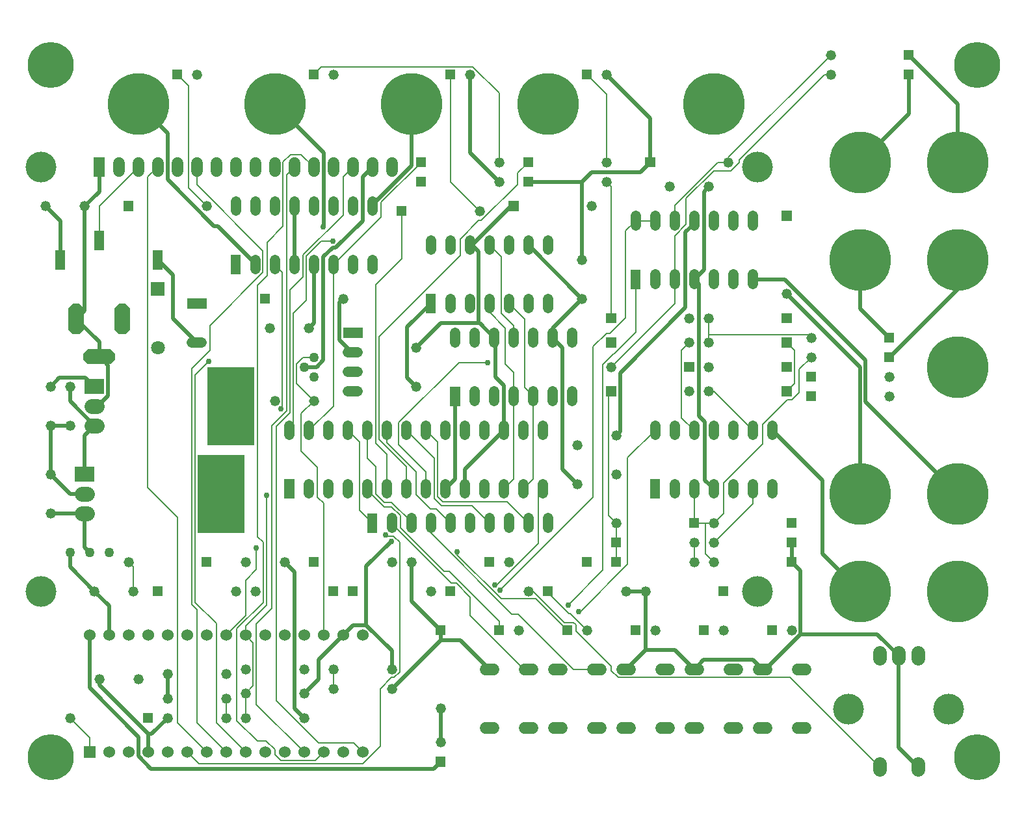
<source format=gbl>
%FSLAX24Y24*%
%MOIN*%
%ADD10C,0.0080*%
%ADD11C,0.0200*%
%ADD12C,0.0300*%
%ADD13C,0.0500*%
%ADD14C,0.0520*%
%ADD15C,0.0591*%
%ADD16C,0.0600*%
%ADD17C,0.0700*%
%ADD18C,0.0709*%
%ADD19C,0.0750*%
%ADD20C,0.1575*%
%ADD21C,0.2362*%
%ADD22C,0.3150*%
D10*
G01X21000Y18750D02*
X21609Y18140D01*
X21609Y18140D02*
X21609Y15335D01*
X21609Y15335D02*
X21872Y15072D01*
X21872Y15072D02*
X25177Y15072D01*
X25177Y15072D02*
X26250Y14000D01*
X9749Y30250D02*
X8819Y31180D01*
X8819Y31180D02*
X8819Y36430D01*
X8819Y36430D02*
X8250Y37000D01*
X23750Y30000D02*
X22250Y31500D01*
X22250Y31500D02*
X22250Y37000D01*
X14750Y2249D02*
X12312Y4687D01*
X12312Y4687D02*
X12312Y8807D01*
X12312Y8807D02*
X13106Y9602D01*
X13106Y9602D02*
X13106Y18993D01*
X13106Y18993D02*
X13849Y19736D01*
X13849Y19736D02*
X13849Y31849D01*
X13849Y31849D02*
X14250Y32250D01*
X26000Y15750D02*
X26500Y16250D01*
X26500Y16250D02*
X26499Y20500D01*
X26499Y20500D02*
X26060Y20939D01*
X26060Y20939D02*
X26060Y24439D01*
X26060Y24439D02*
X25249Y25250D01*
X9250Y32250D02*
X9250Y31351D01*
X9250Y31351D02*
X12641Y27959D01*
X12641Y27959D02*
X12641Y26845D01*
X12641Y26845D02*
X9920Y24124D01*
X9920Y24124D02*
X9920Y22859D01*
X9920Y22859D02*
X8983Y21923D01*
X8983Y21923D02*
X8983Y9804D01*
X8983Y9804D02*
X9250Y9538D01*
X9250Y9538D02*
X9250Y3750D01*
X9250Y3750D02*
X10750Y2249D01*
X8750Y2249D02*
X9350Y1649D01*
X9350Y1649D02*
X17769Y1649D01*
X17769Y1649D02*
X18654Y2535D01*
X18654Y2535D02*
X18654Y5481D01*
X18654Y5481D02*
X19241Y6068D01*
X19241Y6068D02*
X19370Y6068D01*
X19370Y6068D02*
X19648Y6347D01*
X19648Y6347D02*
X19648Y13017D01*
X19648Y13017D02*
X19336Y13329D01*
X19336Y13329D02*
X18970Y13329D01*
X18970Y13329D02*
X18920Y13379D01*
X35500Y23640D02*
X35500Y24500D01*
X35500Y23250D02*
X35500Y23640D01*
X35500Y23640D02*
X40609Y23640D01*
X40609Y23640D02*
X40750Y23500D01*
X34750Y18750D02*
X34109Y19390D01*
X34109Y19390D02*
X34109Y22859D01*
X34109Y22859D02*
X34500Y23250D01*
X35343Y14000D02*
X35750Y14000D01*
X34750Y14000D02*
X35343Y14000D01*
X35343Y14000D02*
X35343Y12406D01*
X35343Y12406D02*
X35750Y12000D01*
X34750Y15749D02*
X34750Y14000D01*
X35750Y14000D02*
X36250Y14500D01*
X36250Y14500D02*
X36250Y16061D01*
X36250Y16061D02*
X38250Y18061D01*
X38250Y18061D02*
X38250Y19050D01*
X38250Y19050D02*
X39520Y20320D01*
X39520Y20320D02*
X39776Y20320D01*
X39776Y20320D02*
X40140Y20684D01*
X40140Y20684D02*
X40140Y21890D01*
X40140Y21890D02*
X40750Y22500D01*
X14000Y18750D02*
X14189Y18939D01*
X14189Y18939D02*
X14189Y24763D01*
X14189Y24763D02*
X14858Y25432D01*
X14858Y25432D02*
X14858Y27667D01*
X14858Y27667D02*
X15642Y28451D01*
X15642Y28451D02*
X16224Y28451D01*
X27250Y10500D02*
X27250Y10426D01*
X27250Y10426D02*
X28323Y9353D01*
X28323Y9353D02*
X28396Y9353D01*
X28396Y9353D02*
X29250Y8500D01*
X13250Y27250D02*
X13640Y26859D01*
X13640Y26859D02*
X13640Y19922D01*
X13640Y19922D02*
X13569Y19851D01*
X36500Y32500D02*
X36500Y32750D01*
X36500Y32750D02*
X41750Y38000D01*
X36500Y32500D02*
X35957Y32500D01*
X35957Y32500D02*
X33750Y30292D01*
X33750Y30292D02*
X33750Y29500D01*
X32749Y18750D02*
X31335Y17335D01*
X31335Y17335D02*
X31335Y11868D01*
X31335Y11868D02*
X28917Y9450D01*
X28917Y9450D02*
X28828Y9450D01*
X31750Y29500D02*
X31235Y28985D01*
X31235Y28985D02*
X31235Y24529D01*
X31235Y24529D02*
X30434Y23729D01*
X30434Y23729D02*
X30263Y23729D01*
X30263Y23729D02*
X29580Y23046D01*
X29580Y23046D02*
X29580Y15312D01*
X29580Y15312D02*
X24813Y10544D01*
X10749Y4000D02*
X10749Y5000D01*
X31750Y29500D02*
X32749Y29500D01*
X5750Y12000D02*
X6000Y11750D01*
X6000Y11750D02*
X5999Y10500D01*
X30500Y24500D02*
X30500Y31250D01*
X30500Y31250D02*
X30250Y31500D01*
X26999Y15750D02*
X26750Y15500D01*
X26750Y15500D02*
X26750Y12939D01*
X26750Y12939D02*
X24631Y10820D01*
X24631Y10820D02*
X24537Y10820D01*
X6250Y32250D02*
X4250Y30250D01*
X4250Y30250D02*
X4250Y28500D01*
X15250Y20250D02*
X14603Y19603D01*
X14603Y19603D02*
X14603Y17687D01*
X14603Y17687D02*
X15439Y16850D01*
X15439Y16850D02*
X15439Y15320D01*
X15439Y15320D02*
X15750Y15010D01*
X15750Y15010D02*
X15750Y8250D01*
X15250Y22500D02*
X14697Y22500D01*
X14697Y22500D02*
X14359Y22162D01*
X14359Y22162D02*
X14359Y21140D01*
X14359Y21140D02*
X15250Y20250D01*
X30500Y20750D02*
X30358Y20608D01*
X30358Y20608D02*
X30358Y14391D01*
X30358Y14391D02*
X30750Y14000D01*
X30750Y14000D02*
X30750Y13000D01*
X25500Y23500D02*
X25500Y24120D01*
X25500Y24120D02*
X24859Y24760D01*
X24859Y24760D02*
X24859Y27640D01*
X24859Y27640D02*
X24250Y28250D01*
X39500Y20750D02*
X39890Y21140D01*
X39890Y21140D02*
X39890Y22859D01*
X39890Y22859D02*
X39500Y23250D01*
X30750Y13000D02*
X30750Y12000D01*
X18000Y18750D02*
X18000Y17332D01*
X18000Y17332D02*
X18447Y16884D01*
X18447Y16884D02*
X18447Y15495D01*
X18447Y15495D02*
X18877Y15066D01*
X18877Y15066D02*
X19236Y15066D01*
X19236Y15066D02*
X20250Y14052D01*
X20250Y14052D02*
X20250Y14000D01*
X11750Y8250D02*
X11750Y8703D01*
X11750Y8703D02*
X12820Y9774D01*
X12820Y9774D02*
X12820Y15407D01*
X11750Y8250D02*
X12141Y7858D01*
X12141Y7858D02*
X12141Y5641D01*
X12141Y5641D02*
X11750Y5250D01*
X11750Y5250D02*
X11750Y3999D01*
X30250Y32500D02*
X30250Y36000D01*
X30250Y36000D02*
X29250Y37000D01*
X30500Y22000D02*
X33750Y25250D01*
X33750Y25250D02*
X33750Y26500D01*
X33750Y26500D02*
X33750Y28705D01*
X33750Y28705D02*
X34347Y29303D01*
X34347Y29303D02*
X34347Y30649D01*
X34347Y30649D02*
X35754Y32055D01*
X35754Y32055D02*
X36627Y32055D01*
X36627Y32055D02*
X37063Y32491D01*
X37063Y32491D02*
X37063Y32626D01*
X37063Y32626D02*
X41436Y37000D01*
X41436Y37000D02*
X41750Y37000D01*
X35750Y13000D02*
X37750Y15000D01*
X37750Y15000D02*
X37749Y15749D01*
X34750Y13000D02*
X34750Y12000D01*
X20000Y15750D02*
X20000Y16882D01*
X20000Y16882D02*
X18591Y18290D01*
X18591Y18290D02*
X18591Y23550D01*
X18591Y23550D02*
X22750Y27709D01*
X22750Y27709D02*
X22750Y28556D01*
X22750Y28556D02*
X23699Y29505D01*
X23699Y29505D02*
X23837Y29505D01*
X23837Y29505D02*
X25691Y31360D01*
X25691Y31360D02*
X25691Y31941D01*
X25691Y31941D02*
X26250Y32500D01*
X26250Y10500D02*
X26490Y10500D01*
X26490Y10500D02*
X28099Y8891D01*
X28099Y8891D02*
X28570Y8891D01*
X28570Y8891D02*
X28689Y8771D01*
X28689Y8771D02*
X28689Y8450D01*
X28689Y8450D02*
X30500Y6640D01*
X30500Y6640D02*
X30500Y6426D01*
X30500Y6426D02*
X30856Y6069D01*
X30856Y6069D02*
X39680Y6069D01*
X39680Y6069D02*
X44250Y1499D01*
X18999Y15750D02*
X19000Y17521D01*
X19000Y17521D02*
X18421Y18100D01*
X18421Y18100D02*
X18421Y26213D01*
X18421Y26213D02*
X19750Y27541D01*
X19750Y27541D02*
X19750Y30000D01*
X16250Y6500D02*
X16250Y5500D01*
X28284Y9788D02*
X30071Y11574D01*
X30071Y11574D02*
X30071Y22132D01*
X30071Y22132D02*
X30623Y22685D01*
X30623Y22685D02*
X30657Y22685D01*
X30657Y22685D02*
X31750Y23778D01*
X31750Y23778D02*
X31750Y26500D01*
X18000Y15750D02*
X18000Y15694D01*
X18000Y15694D02*
X18870Y14823D01*
X18870Y14823D02*
X19238Y14823D01*
X19238Y14823D02*
X19689Y14371D01*
X19689Y14371D02*
X19689Y13754D01*
X19689Y13754D02*
X21920Y11524D01*
X21920Y11524D02*
X22191Y11524D01*
X22191Y11524D02*
X24750Y8965D01*
X24750Y8965D02*
X24750Y8500D01*
X37749Y18750D02*
X35750Y20750D01*
X35750Y20750D02*
X35500Y20750D01*
X7250Y32250D02*
X6741Y31741D01*
X6741Y31741D02*
X6741Y15804D01*
X6741Y15804D02*
X8250Y14296D01*
X8250Y14296D02*
X8250Y3750D01*
X8250Y3750D02*
X9750Y2249D01*
X19250Y14000D02*
X19250Y13953D01*
X19250Y13953D02*
X22294Y10909D01*
X22294Y10909D02*
X22566Y10909D01*
X22566Y10909D02*
X23278Y10197D01*
X23278Y10197D02*
X23278Y9247D01*
X23278Y9247D02*
X26026Y6500D01*
X26026Y6500D02*
X26250Y6500D01*
X22250Y14000D02*
X21520Y14729D01*
X21520Y14729D02*
X21226Y14729D01*
X21226Y14729D02*
X20500Y15455D01*
X20500Y15455D02*
X20500Y16622D01*
X20500Y16622D02*
X19000Y18122D01*
X19000Y18122D02*
X18999Y18750D01*
X28250Y8500D02*
X26640Y10109D01*
X26640Y10109D02*
X24851Y10109D01*
X24851Y10109D02*
X22604Y12357D01*
X22604Y12357D02*
X22604Y12513D01*
X24250Y14000D02*
X23350Y14899D01*
X23350Y14899D02*
X21795Y14899D01*
X21795Y14899D02*
X21439Y15255D01*
X21439Y15255D02*
X21439Y17310D01*
X21439Y17310D02*
X20000Y18750D01*
X21000Y15750D02*
X21000Y16619D01*
X21000Y16619D02*
X19601Y18018D01*
X19601Y18018D02*
X19601Y19143D01*
X19601Y19143D02*
X22684Y22226D01*
X22684Y22226D02*
X24178Y22226D01*
X24750Y32500D02*
X24750Y36052D01*
X24750Y36052D02*
X23408Y37393D01*
X23408Y37393D02*
X15643Y37393D01*
X15643Y37393D02*
X15250Y37000D01*
X3750Y2249D02*
X3750Y3000D01*
X3750Y3000D02*
X2750Y4000D01*
X15000Y18750D02*
X16250Y20000D01*
X16250Y20000D02*
X16250Y27250D01*
X20750Y32500D02*
X18689Y30439D01*
X18689Y30439D02*
X18689Y29689D01*
X18689Y29689D02*
X16250Y27250D01*
X9857Y22269D02*
X9169Y21582D01*
X9169Y21582D02*
X9169Y9914D01*
X9169Y9914D02*
X10250Y8834D01*
X10250Y8834D02*
X10250Y3750D01*
X10250Y3750D02*
X11750Y2249D01*
X16999Y18750D02*
X17596Y18153D01*
X17596Y18153D02*
X17596Y14653D01*
X17596Y14653D02*
X18250Y14000D01*
X15250Y32250D02*
X14614Y32885D01*
X14614Y32885D02*
X14055Y32885D01*
X14055Y32885D02*
X13679Y32509D01*
X13679Y32509D02*
X13679Y29220D01*
X13679Y29220D02*
X12859Y28400D01*
X12859Y28400D02*
X12859Y26667D01*
X12859Y26667D02*
X12359Y26167D01*
X12359Y26167D02*
X12359Y13292D01*
X12359Y13292D02*
X12650Y13001D01*
X12650Y13001D02*
X12650Y9910D01*
X12650Y9910D02*
X11312Y8571D01*
X11312Y8571D02*
X11312Y3862D01*
X11312Y3862D02*
X12351Y2822D01*
X12351Y2822D02*
X12795Y2822D01*
X12795Y2822D02*
X13250Y2368D01*
X13250Y2368D02*
X13250Y2128D01*
X13250Y2128D02*
X13558Y1819D01*
X13558Y1819D02*
X15319Y1819D01*
X15319Y1819D02*
X15750Y2249D01*
X25500Y20500D02*
X25500Y21706D01*
X25500Y21706D02*
X25060Y22145D01*
X25060Y22145D02*
X25060Y23996D01*
X25060Y23996D02*
X24250Y24806D01*
X24250Y24806D02*
X24250Y25250D01*
X25000Y15750D02*
X25500Y16250D01*
X25500Y16250D02*
X25500Y20500D01*
X10750Y8250D02*
X11750Y9250D01*
X11750Y9250D02*
X11750Y11059D01*
X11750Y11059D02*
X12310Y11620D01*
X12310Y11620D02*
X12310Y12722D01*
X21250Y14000D02*
X21250Y13471D01*
X21250Y13471D02*
X25395Y9325D01*
X25395Y9325D02*
X25732Y9325D01*
X25732Y9325D02*
X28558Y6500D01*
X28558Y6500D02*
X29750Y6500D01*
X17750Y2249D02*
X17297Y2702D01*
X17297Y2702D02*
X15495Y2702D01*
X15495Y2702D02*
X13319Y4877D01*
X13319Y4877D02*
X13319Y18945D01*
X13319Y18945D02*
X14019Y19645D01*
X14019Y19645D02*
X14019Y25951D01*
X14019Y25951D02*
X14688Y26619D01*
X14688Y26619D02*
X14688Y27738D01*
X14688Y27738D02*
X16750Y29799D01*
X16750Y29799D02*
X16750Y31750D01*
X16750Y31750D02*
X17249Y32250D01*
D11*
G01X45750Y38000D02*
X48250Y35500D01*
X48250Y35500D02*
X48250Y32500D01*
X21750Y4500D02*
X21750Y2750D01*
X15723Y29192D02*
X15750Y29218D01*
X15750Y29218D02*
X15750Y33000D01*
X15750Y33000D02*
X13250Y35500D01*
X12250Y27250D02*
X12250Y27293D01*
X12250Y27293D02*
X10316Y29226D01*
X10316Y29226D02*
X10134Y29226D01*
X10134Y29226D02*
X7750Y31611D01*
X7750Y31611D02*
X7750Y34000D01*
X7750Y34000D02*
X6250Y35500D01*
X37749Y26500D02*
X39389Y26500D01*
X39389Y26500D02*
X43544Y22345D01*
X43544Y22345D02*
X43544Y20205D01*
X43544Y20205D02*
X48250Y15500D01*
X44750Y23500D02*
X43250Y25000D01*
X43250Y25000D02*
X43250Y27500D01*
X30750Y18500D02*
X30950Y18700D01*
X30950Y18700D02*
X30950Y21700D01*
X30950Y21700D02*
X34295Y25045D01*
X34295Y25045D02*
X34295Y28909D01*
X34295Y28909D02*
X34750Y29363D01*
X34750Y29363D02*
X34750Y29500D01*
X38750Y18750D02*
X41317Y16182D01*
X41317Y16182D02*
X41317Y12432D01*
X41317Y12432D02*
X43250Y10500D01*
X4000Y21000D02*
X3542Y21457D01*
X3542Y21457D02*
X2207Y21457D01*
X2207Y21457D02*
X1750Y21000D01*
X28750Y16000D02*
X28000Y16750D01*
X28000Y16750D02*
X28000Y23000D01*
X28000Y23000D02*
X27500Y23500D01*
X29000Y25500D02*
X26250Y28250D01*
X20500Y21000D02*
X20043Y21456D01*
X20043Y21456D02*
X20043Y24043D01*
X20043Y24043D02*
X21250Y25250D01*
X27500Y23500D02*
X27500Y24000D01*
X27500Y24000D02*
X29000Y25500D01*
X16750Y8250D02*
X15500Y7000D01*
X15500Y7000D02*
X15500Y6000D01*
X15500Y6000D02*
X14750Y5250D01*
X7750Y6250D02*
X7750Y5000D01*
X19220Y13049D02*
X17939Y11769D01*
X17939Y11769D02*
X17939Y8756D01*
X19250Y6500D02*
X19250Y7445D01*
X19250Y7445D02*
X17939Y8756D01*
X17939Y8756D02*
X17256Y8756D01*
X17256Y8756D02*
X16750Y8250D01*
X21999Y15750D02*
X22500Y16250D01*
X22500Y16250D02*
X22500Y20500D01*
X18250Y30250D02*
X18250Y30325D01*
X18250Y30325D02*
X20250Y32325D01*
X20250Y32325D02*
X20250Y35500D01*
X44750Y22500D02*
X48250Y26000D01*
X48250Y26000D02*
X48250Y27500D01*
X17250Y22749D02*
X17206Y22750D01*
X17206Y22750D02*
X16559Y23396D01*
X16559Y23396D02*
X16559Y25309D01*
X16559Y25309D02*
X16750Y25500D01*
X3500Y30250D02*
X4250Y31000D01*
X4250Y31000D02*
X4250Y32250D01*
X3500Y30250D02*
X3500Y24895D01*
X3500Y24895D02*
X3068Y24464D01*
X15000Y24000D02*
X15250Y24250D01*
X15250Y24250D02*
X15250Y27250D01*
X40208Y8300D02*
X44142Y8300D01*
X44142Y8300D02*
X45234Y7208D01*
X45234Y7208D02*
X45234Y2484D01*
X45234Y2484D02*
X46218Y1499D01*
X14750Y3999D02*
X14250Y4500D01*
X14250Y4500D02*
X14250Y11500D01*
X14250Y11500D02*
X13750Y12000D01*
X1750Y16500D02*
X2750Y15500D01*
X2750Y15500D02*
X3500Y15500D01*
X6750Y3196D02*
X6750Y2249D01*
X4249Y6000D02*
X4250Y5696D01*
X4250Y5696D02*
X6750Y3196D01*
X7749Y4000D02*
X6946Y3196D01*
X6946Y3196D02*
X6750Y3196D01*
X3999Y10500D02*
X4750Y9750D01*
X4750Y9750D02*
X4750Y8250D01*
X2750Y12500D02*
X2750Y11750D01*
X2750Y11750D02*
X3999Y10500D01*
X25000Y18750D02*
X25000Y21048D01*
X25000Y21048D02*
X24570Y21477D01*
X24570Y21477D02*
X24570Y23429D01*
X24570Y23429D02*
X24499Y23500D01*
X23372Y28250D02*
X25372Y30250D01*
X25372Y30250D02*
X25500Y30250D01*
X23700Y24250D02*
X23700Y27922D01*
X23700Y27922D02*
X23372Y28250D01*
X23372Y28250D02*
X23249Y28250D01*
X23700Y24250D02*
X23750Y24250D01*
X23750Y24250D02*
X24499Y23500D01*
X20500Y23000D02*
X21750Y24250D01*
X21750Y24250D02*
X23700Y24250D01*
X25000Y18750D02*
X23000Y16750D01*
X23000Y16750D02*
X23000Y15750D01*
X29000Y31500D02*
X29000Y27500D01*
X26250Y31500D02*
X29000Y31500D01*
X21750Y8500D02*
X20250Y10000D01*
X20250Y10000D02*
X20249Y12000D01*
X39750Y13000D02*
X39750Y12000D01*
X31250Y10500D02*
X32250Y10500D01*
X32250Y10500D02*
X32250Y7500D01*
X32250Y7500D02*
X31250Y6500D01*
X38250Y6500D02*
X38408Y6500D01*
X38408Y6500D02*
X40208Y8300D01*
X40208Y8300D02*
X40208Y11541D01*
X40208Y11541D02*
X39750Y12000D01*
X29000Y31500D02*
X29500Y32000D01*
X29500Y32000D02*
X32000Y32000D01*
X32000Y32000D02*
X32500Y32500D01*
X32500Y32500D02*
X32500Y34750D01*
X32500Y34750D02*
X30250Y37000D01*
X32250Y7500D02*
X33750Y7500D01*
X33750Y7500D02*
X34750Y6500D01*
X34750Y6500D02*
X35243Y6993D01*
X35243Y6993D02*
X37756Y6993D01*
X37756Y6993D02*
X38250Y6500D01*
X21750Y8000D02*
X22750Y8000D01*
X22750Y8000D02*
X24250Y6500D01*
X19250Y5500D02*
X21750Y8000D01*
X21750Y8000D02*
X21750Y8500D01*
X24750Y31500D02*
X23250Y33000D01*
X23250Y33000D02*
X23250Y37000D01*
X9250Y23249D02*
X8019Y24480D01*
X8019Y24480D02*
X8019Y26730D01*
X8019Y26730D02*
X7249Y27500D01*
X4000Y20000D02*
X4172Y20000D01*
X4172Y20000D02*
X4690Y20517D01*
X4690Y20517D02*
X4690Y22095D01*
X4690Y22095D02*
X4250Y22535D01*
X3068Y24464D02*
X4250Y23283D01*
X4250Y23283D02*
X4250Y22535D01*
X14250Y27250D02*
X14250Y30250D01*
X2749Y19000D02*
X1749Y19000D01*
X1749Y19000D02*
X1750Y16500D01*
X18250Y32250D02*
X17750Y31750D01*
X17750Y31750D02*
X17750Y29496D01*
X17750Y29496D02*
X16364Y28111D01*
X16364Y28111D02*
X16218Y28111D01*
X16218Y28111D02*
X15740Y27634D01*
X15740Y27634D02*
X15740Y22342D01*
X15740Y22342D02*
X15398Y22000D01*
X15398Y22000D02*
X14750Y22000D01*
X3750Y8250D02*
X3750Y5537D01*
X3750Y5537D02*
X6259Y3027D01*
X6259Y3027D02*
X6259Y2047D01*
X6259Y2047D02*
X6908Y1398D01*
X6908Y1398D02*
X21398Y1398D01*
X21398Y1398D02*
X21750Y1750D01*
X1750Y14500D02*
X3500Y14500D01*
X3500Y14500D02*
X3500Y12750D01*
X3500Y12750D02*
X3750Y12500D01*
X1500Y30250D02*
X2250Y29500D01*
X2250Y29500D02*
X2250Y27500D01*
X39499Y25750D02*
X43250Y22000D01*
X43250Y22000D02*
X43250Y15500D01*
X2750Y21000D02*
X2750Y20250D01*
X2750Y20250D02*
X4000Y19000D01*
X3500Y16500D02*
X3500Y18500D01*
X3500Y18500D02*
X4000Y19000D01*
X35500Y31250D02*
X35250Y31000D01*
X35250Y31000D02*
X35250Y27000D01*
X35250Y27000D02*
X34750Y26500D01*
X35749Y15749D02*
X35299Y16200D01*
X35299Y16200D02*
X35299Y19190D01*
X35299Y19190D02*
X35000Y19490D01*
X35000Y19490D02*
X35000Y26250D01*
X35000Y26250D02*
X34750Y26500D01*
X43250Y32500D02*
X45750Y35000D01*
X45750Y35000D02*
X45750Y37000D01*
D12*
G01X18920Y13379D03*
X15723Y29192D03*
X16224Y28451D03*
X13569Y19851D03*
X28828Y9450D03*
X24813Y10544D03*
X24537Y10820D03*
X19220Y13049D03*
X12820Y15407D03*
X28284Y9788D03*
X22604Y12513D03*
X24178Y22226D03*
X9857Y22269D03*
X12310Y12722D03*
D13*
G01X15250Y22500D03*
X14750Y22000D03*
X15250Y21500D03*
X4750Y12500D03*
X3750Y12500D03*
X2750Y12500D03*
D14*
G01X13250Y20250D03*
X15250Y20250D03*
X5750Y12000D03*
X32750Y8500D03*
X39499Y25750D03*
X33500Y31250D03*
X35500Y31250D03*
X25750Y8500D03*
X26250Y10500D03*
X12249Y10500D03*
X13750Y12000D03*
X11750Y12000D03*
X29500Y30250D03*
X34500Y23250D03*
X41750Y37000D03*
X1750Y16500D03*
X1750Y14500D03*
X2749Y19000D03*
X2750Y21000D03*
X21250Y10500D03*
X19250Y12000D03*
X4249Y6000D03*
X6249Y6000D03*
X34750Y13000D03*
X21750Y2750D03*
X24750Y31500D03*
X1749Y19000D03*
X1750Y21000D03*
X21750Y4500D03*
X29250Y8500D03*
X39750Y8500D03*
X3500Y30250D03*
X1500Y30250D03*
X16250Y6500D03*
X19250Y6500D03*
X41750Y38000D03*
X16750Y25500D03*
X30750Y14000D03*
X2750Y4000D03*
X36500Y32500D03*
X11250Y10500D03*
X36250Y8500D03*
X30500Y22000D03*
X4000Y10500D03*
X5999Y10500D03*
X32250Y10500D03*
X20249Y12000D03*
X25249Y12000D03*
X19250Y5500D03*
X16250Y5500D03*
X31250Y10500D03*
X34500Y24500D03*
X30250Y31500D03*
X34500Y20750D03*
X30750Y18500D03*
X30750Y16500D03*
X35750Y13000D03*
X44750Y20500D03*
X44750Y21500D03*
X35500Y22000D03*
X9250Y37000D03*
X16250Y37000D03*
X23250Y37000D03*
X30250Y37000D03*
X24750Y32500D03*
X9749Y30250D03*
X23750Y30000D03*
X30250Y32500D03*
X10749Y6250D03*
X7750Y6250D03*
X11750Y6500D03*
X14750Y6500D03*
X11750Y5250D03*
X14750Y5250D03*
X14750Y4000D03*
X11750Y4000D03*
X35500Y24500D03*
X35750Y12000D03*
X40750Y23500D03*
X40750Y22500D03*
X10749Y5000D03*
X7750Y5000D03*
X7749Y4000D03*
X10749Y4000D03*
X35500Y20750D03*
X34750Y12000D03*
X35500Y23250D03*
X35750Y14000D03*
X29000Y27500D03*
X29000Y25500D03*
X20500Y23000D03*
X20500Y21000D03*
X28750Y18000D03*
X28750Y16000D03*
X15000Y24000D03*
X13000Y24000D03*
X23250Y13760D02*
X23250Y14239D01*
X22250Y13760D02*
X22250Y14239D01*
X21250Y13760D02*
X21250Y14239D01*
X25250Y13760D02*
X25250Y14239D01*
X27250Y13760D02*
X27250Y14239D01*
X26250Y13760D02*
X26250Y14239D01*
X24250Y13760D02*
X24250Y14239D01*
X20250Y13760D02*
X20250Y14239D01*
X19250Y13760D02*
X19250Y14239D01*
X17010Y22749D02*
X17490Y22749D01*
X17010Y20749D02*
X17490Y20749D01*
X17010Y21750D02*
X17490Y21750D01*
X9010Y23249D02*
X9490Y23249D01*
X33750Y26260D02*
X33750Y26740D01*
X34750Y29260D02*
X34750Y29740D01*
X34750Y26260D02*
X34750Y26740D01*
X35750Y26260D02*
X35750Y26740D01*
X37749Y29260D02*
X37749Y29740D01*
X36749Y26260D02*
X36749Y26740D01*
X36749Y29260D02*
X36749Y29740D01*
X31750Y29260D02*
X31750Y29740D01*
X37749Y26260D02*
X37749Y26740D01*
X35750Y29260D02*
X35750Y29740D01*
X32750Y26260D02*
X32750Y26740D01*
X32750Y29260D02*
X32750Y29740D01*
X33750Y29260D02*
X33750Y29740D01*
X18999Y18510D02*
X18999Y18990D01*
X18000Y15510D02*
X18000Y15990D01*
X23000Y18510D02*
X23000Y18990D01*
X17000Y15510D02*
X17000Y15990D01*
X16000Y15510D02*
X16000Y15990D01*
X18999Y15510D02*
X18999Y15990D01*
X18000Y18510D02*
X18000Y18990D01*
X20000Y15510D02*
X20000Y15990D01*
X25000Y15510D02*
X25000Y15990D01*
X17000Y18510D02*
X17000Y18990D01*
X24000Y18510D02*
X24000Y18990D01*
X14000Y18510D02*
X14000Y18990D01*
X21999Y18510D02*
X21999Y18990D01*
X26000Y18510D02*
X26000Y18990D01*
X24000Y15510D02*
X24000Y15990D01*
X21000Y15510D02*
X21000Y15990D01*
X26999Y15510D02*
X26999Y15990D01*
X21000Y18510D02*
X21000Y18990D01*
X15000Y15510D02*
X15000Y15990D01*
X23000Y15510D02*
X23000Y15990D01*
X25000Y18510D02*
X25000Y18990D01*
X21999Y15510D02*
X21999Y15990D01*
X26999Y18510D02*
X26999Y18990D01*
X26000Y15510D02*
X26000Y15990D01*
X15000Y18510D02*
X15000Y18990D01*
X20000Y18510D02*
X20000Y18990D01*
X16000Y18510D02*
X16000Y18990D01*
X18250Y30010D02*
X18250Y30490D01*
X18250Y27010D02*
X18250Y27490D01*
X15250Y30010D02*
X15250Y30490D01*
X17250Y27010D02*
X17250Y27490D01*
X16250Y30010D02*
X16250Y30490D01*
X15250Y27010D02*
X15250Y27490D01*
X12250Y30010D02*
X12250Y30490D01*
X16250Y27010D02*
X16250Y27490D01*
X13250Y27010D02*
X13250Y27490D01*
X11250Y30010D02*
X11250Y30490D01*
X14250Y30010D02*
X14250Y30490D01*
X13250Y30010D02*
X13250Y30490D01*
X14250Y27010D02*
X14250Y27490D01*
X17250Y30010D02*
X17250Y30490D01*
X12250Y27010D02*
X12250Y27490D01*
X34750Y15510D02*
X34750Y15990D01*
X35750Y18510D02*
X35750Y18990D01*
X35750Y15510D02*
X35750Y15990D01*
X36749Y15510D02*
X36749Y15990D01*
X38750Y18510D02*
X38750Y18990D01*
X37749Y15510D02*
X37749Y15990D01*
X37749Y18510D02*
X37749Y18990D01*
X32750Y18510D02*
X32750Y18990D01*
X38750Y15510D02*
X38750Y15990D01*
X36749Y18510D02*
X36749Y18990D01*
X33749Y15510D02*
X33749Y15990D01*
X33749Y18510D02*
X33749Y18990D01*
X34750Y18510D02*
X34750Y18990D01*
X22250Y28010D02*
X22250Y28489D01*
X25249Y25010D02*
X25249Y25490D01*
X27250Y25010D02*
X27250Y25490D01*
X24250Y28010D02*
X24250Y28489D01*
X26250Y25010D02*
X26250Y25490D01*
X25249Y28010D02*
X25249Y28489D01*
X23249Y28010D02*
X23249Y28489D01*
X24250Y25010D02*
X24250Y25490D01*
X23249Y25010D02*
X23249Y25490D01*
X26250Y28010D02*
X26250Y28489D01*
X27250Y28010D02*
X27250Y28489D01*
X21250Y28010D02*
X21250Y28489D01*
X22250Y25010D02*
X22250Y25490D01*
X23500Y23260D02*
X23500Y23740D01*
X26499Y20260D02*
X26499Y20740D01*
X28500Y20260D02*
X28500Y20740D01*
X25500Y23260D02*
X25500Y23740D01*
X27500Y20260D02*
X27500Y20740D01*
X26499Y23260D02*
X26499Y23740D01*
X24499Y23260D02*
X24499Y23740D01*
X25500Y20260D02*
X25500Y20740D01*
X24499Y20260D02*
X24499Y20740D01*
X27500Y23260D02*
X27500Y23740D01*
X28500Y23260D02*
X28500Y23740D01*
X22500Y23260D02*
X22500Y23740D01*
X23500Y20260D02*
X23500Y20740D01*
D15*
G01X19250Y32045D02*
X19250Y32454D01*
X10250Y32045D02*
X10250Y32454D01*
X17250Y32045D02*
X17250Y32454D01*
X6250Y32045D02*
X6250Y32454D01*
X9250Y32045D02*
X9250Y32454D01*
X7250Y32045D02*
X7250Y32454D01*
X15250Y32045D02*
X15250Y32454D01*
X5250Y32045D02*
X5250Y32454D01*
X8250Y32045D02*
X8250Y32454D01*
X18250Y32045D02*
X18250Y32454D01*
X12250Y32045D02*
X12250Y32454D01*
X11250Y32045D02*
X11250Y32454D01*
X14250Y32045D02*
X14250Y32454D01*
X13250Y32045D02*
X13250Y32454D01*
X16250Y32045D02*
X16250Y32454D01*
D16*
G01X8750Y2249D03*
X4750Y8250D03*
X17750Y2249D03*
X4750Y2249D03*
X16750Y8250D03*
X17750Y8250D03*
X9750Y2249D03*
X14750Y8250D03*
X16750Y2249D03*
X9750Y8250D03*
X10750Y2249D03*
X3750Y8250D03*
X7750Y8250D03*
X12750Y2249D03*
X8750Y8250D03*
X12750Y8250D03*
X14750Y2249D03*
X6750Y8250D03*
X15750Y2249D03*
X6750Y2249D03*
X15750Y8250D03*
X5750Y8250D03*
X10750Y8250D03*
X5750Y2249D03*
X13750Y8250D03*
X7750Y2249D03*
X13750Y2249D03*
X11750Y8250D03*
X11750Y2249D03*
X31050Y3499D02*
X31450Y3499D01*
X33050Y3499D02*
X33450Y3499D01*
X33050Y6500D02*
X33450Y6500D01*
X31050Y6500D02*
X31450Y6500D01*
X34550Y3499D02*
X34950Y3499D01*
X36549Y3499D02*
X36949Y3499D01*
X36549Y6500D02*
X36949Y6500D01*
X34550Y6500D02*
X34950Y6500D01*
X38050Y3499D02*
X38450Y3499D01*
X40050Y3499D02*
X40450Y3499D01*
X40050Y6500D02*
X40450Y6500D01*
X38050Y6500D02*
X38450Y6500D01*
X24050Y3499D02*
X24450Y3499D01*
X26050Y3499D02*
X26450Y3499D01*
X26050Y6500D02*
X26450Y6500D01*
X24050Y6500D02*
X24450Y6500D01*
X27550Y3499D02*
X27950Y3499D01*
X29550Y3499D02*
X29950Y3499D01*
X29550Y6500D02*
X29950Y6500D01*
X27550Y6500D02*
X27950Y6500D01*
D17*
G01X45234Y7058D02*
X45234Y7358D01*
X44250Y1349D02*
X44250Y1649D01*
X46218Y7058D02*
X46218Y7358D01*
X44250Y7058D02*
X44250Y7358D01*
X46218Y1349D02*
X46218Y1649D01*
D18*
G01X7250Y23000D03*
D19*
G01X3875Y20000D02*
X4125Y20000D01*
X3875Y19000D02*
X4125Y19000D01*
X3375Y15500D02*
X3625Y15500D01*
X3375Y14500D02*
X3625Y14500D01*
D20*
G01X1250Y32250D03*
X38000Y32250D03*
X1250Y10500D03*
X38000Y10500D03*
X47793Y4452D03*
X42675Y4452D03*
D21*
G01X49250Y37500D03*
X1750Y2000D03*
X49250Y2000D03*
X1750Y37500D03*
D22*
G01X48250Y15500D03*
X43250Y15500D03*
X48250Y32500D03*
X43250Y32500D03*
X48250Y22000D03*
X6250Y35500D03*
X13250Y35500D03*
X20250Y35500D03*
X27250Y35500D03*
X35750Y35500D03*
X43250Y27500D03*
X48250Y27500D03*
X43250Y10500D03*
X48250Y10500D03*
G36*
X9489Y11740D02*G01*
X10009Y11740D01*X10009Y12260D01*X9489Y12260D01*G37*
G36*
X32010Y8760D02*G01*
X31490Y8760D01*X31490Y8240D01*X32010Y8240D01*G37*
G36*
X39759Y29490D02*G01*
X39759Y30010D01*X39239Y30010D01*X39239Y29490D01*G37*
G36*
X25010Y8760D02*G01*
X24490Y8760D01*X24490Y8240D01*X25010Y8240D01*G37*
G36*
X22510Y10760D02*G01*
X21990Y10760D01*X21990Y10240D01*X22510Y10240D01*G37*
G36*
X1990Y27000D02*G01*
X2509Y27000D01*X2509Y28000D01*X1990Y28000D01*G37*
G36*
X6989Y27000D02*G01*
X7510Y27000D01*X7510Y28000D01*X6989Y28000D01*G37*
G36*
X3989Y28000D02*G01*
X4509Y28000D01*X4510Y29000D01*X3990Y29000D01*G37*
G36*
X15989Y10240D02*G01*
X16509Y10240D01*X16509Y10760D01*X15989Y10760D01*G37*
G36*
X25760Y30510D02*G01*
X25240Y30510D01*X25240Y29990D01*X25760Y29990D01*G37*
G36*
X30760Y23510D02*G01*
X30240Y23510D01*X30240Y22990D01*X30760Y22990D01*G37*
G36*
X45490Y36740D02*G01*
X46010Y36740D01*X46010Y37260D01*X45490Y37260D01*G37*
G36*
X17510Y10760D02*G01*
X16990Y10760D01*X16990Y10240D01*X17510Y10240D01*G37*
G36*
X15510Y12260D02*G01*
X14990Y12260D01*X14990Y11740D01*X15510Y11740D01*G37*
G36*
X31010Y13260D02*G01*
X30490Y13260D01*X30490Y12740D01*X31010Y12740D01*G37*
G36*
X4545Y32750D02*G01*
X3954Y32750D01*X3954Y31750D01*X4545Y31750D01*G37*
G36*
X21490Y2010D02*G01*
X21490Y1490D01*X22010Y1490D01*X22010Y2010D01*G37*
G36*
X21010Y31760D02*G01*
X20490Y31760D01*X20490Y31240D01*X21010Y31240D01*G37*
G36*
X22010Y8240D02*G01*
X22010Y8760D01*X21490Y8760D01*X21490Y8240D01*G37*
G36*
X28510Y8760D02*G01*
X27990Y8760D01*X27990Y8240D01*X28510Y8240D01*G37*
G36*
X39010Y8760D02*G01*
X38490Y8760D01*X38490Y8240D01*X39010Y8240D01*G37*
G36*
X45490Y37740D02*G01*
X46010Y37740D01*X46010Y38260D01*X45490Y38260D01*G37*
G36*
X12200Y18000D02*G01*
X12200Y22000D01*X9800Y22000D01*X9800Y18000D01*G37*
G36*
X4500Y20625D02*G01*
X4500Y21375D01*X3500Y21375D01*X3500Y20625D01*G37*
G36*
X7604Y25645D02*G01*
X7604Y26354D01*X6895Y26354D01*X6895Y25645D01*G37*
G36*
X13010Y25760D02*G01*
X12490Y25760D01*X12490Y25240D01*X13010Y25240D01*G37*
G36*
X34490Y13740D02*G01*
X35010Y13740D01*X35010Y14260D01*X34490Y14260D01*G37*
G36*
X6489Y3740D02*G01*
X7009Y3740D01*X7009Y4260D01*X6489Y4260D01*G37*
G36*
X32760Y32760D02*G01*
X32240Y32760D01*X32240Y32240D01*X32760Y32240D01*G37*
G36*
X7510Y10760D02*G01*
X6989Y10760D01*X6989Y10240D01*X7510Y10240D01*G37*
G36*
X35510Y8760D02*G01*
X34990Y8760D01*X34990Y8240D01*X35510Y8240D01*G37*
G36*
X34240Y21740D02*G01*
X34760Y21740D01*X34760Y22260D01*X34240Y22260D01*G37*
G36*
X35990Y10240D02*G01*
X36510Y10240D01*X36510Y10760D01*X35990Y10760D01*G37*
G36*
X23989Y11740D02*G01*
X24509Y11740D01*X24509Y12260D01*X23989Y12260D01*G37*
G36*
X28989Y11740D02*G01*
X29510Y11740D01*X29510Y12260D01*X28989Y12260D01*G37*
G36*
X27510Y10760D02*G01*
X26990Y10760D01*X26990Y10240D01*X27510Y10240D01*G37*
G36*
X18510Y14500D02*G01*
X17990Y14500D01*X17990Y13499D01*X18510Y13499D01*G37*
G36*
X11700Y13499D02*G01*
X11700Y17499D01*X9300Y17500D01*X9300Y13499D01*G37*
G36*
X4000Y16125D02*G01*
X4000Y16875D01*X3000Y16875D01*X3000Y16125D01*G37*
G36*
X4846Y22929D02*G01*
X5076Y22698D01*X5076Y22372D01*X4846Y22141D01*X3653Y22141D01*X3423Y22372D01*X3423Y22698D01*X3653Y22929D01*G37*
G36*
X3231Y25251D02*G01*
X3462Y25021D01*X3462Y23907D01*X3231Y23677D01*X2905Y23677D01*X2675Y23907D01*X2675Y25021D01*X2905Y25251D01*G37*
G36*
X5594Y25251D02*G01*
X5824Y25021D01*X5824Y23907D01*X5594Y23677D01*X5268Y23677D01*X5037Y23907D01*X5037Y25021D01*X5268Y25251D01*G37*
G36*
X17750Y23489D02*G01*
X17750Y24009D01*X16750Y24009D01*X16750Y23489D01*G37*
G36*
X9750Y24990D02*G01*
X9750Y25509D01*X8750Y25510D01*X8750Y24990D01*G37*
G36*
X32010Y27000D02*G01*
X31490Y27000D01*X31490Y26000D01*X32010Y26000D01*G37*
G36*
X30760Y24760D02*G01*
X30240Y24760D01*X30240Y24240D01*X30760Y24240D01*G37*
G36*
X26510Y31760D02*G01*
X25990Y31760D01*X25990Y31240D01*X26510Y31240D01*G37*
G36*
X30760Y21010D02*G01*
X30240Y21010D01*X30240Y20490D01*X30760Y20490D01*G37*
G36*
X4050Y2550D02*G01*
X3450Y2550D01*X3450Y1949D01*X4050Y1949D01*G37*
G36*
X14260Y16250D02*G01*
X13740Y16250D01*X13740Y15250D01*X14260Y15250D01*G37*
G36*
X39490Y12740D02*G01*
X40010Y12740D01*X40010Y13260D01*X39490Y13260D01*G37*
G36*
X41010Y20760D02*G01*
X40490Y20760D01*X40490Y20240D01*X41010Y20240D01*G37*
G36*
X41010Y21760D02*G01*
X40490Y21760D01*X40490Y21240D01*X41010Y21240D01*G37*
G36*
X39240Y21740D02*G01*
X39760Y21740D01*X39760Y22260D01*X39240Y22260D01*G37*
G36*
X8510Y37260D02*G01*
X7990Y37260D01*X7990Y36740D01*X8510Y36740D01*G37*
G36*
X15510Y37260D02*G01*
X14990Y37260D01*X14990Y36740D01*X15510Y36740D01*G37*
G36*
X22510Y37260D02*G01*
X21990Y37260D01*X21990Y36740D01*X22510Y36740D01*G37*
G36*
X29510Y37260D02*G01*
X28990Y37260D01*X28990Y36740D01*X29510Y36740D01*G37*
G36*
X21010Y32760D02*G01*
X20490Y32760D01*X20490Y32240D01*X21010Y32240D01*G37*
G36*
X6010Y30510D02*G01*
X5490Y30510D01*X5490Y29990D01*X6010Y29990D01*G37*
G36*
X20010Y30260D02*G01*
X19490Y30260D01*X19490Y29740D01*X20010Y29740D01*G37*
G36*
X26510Y32760D02*G01*
X25990Y32760D01*X25990Y32240D01*X26510Y32240D01*G37*
G36*
X11510Y27750D02*G01*
X10990Y27750D01*X10990Y26750D01*X11510Y26750D01*G37*
G36*
X33009Y16250D02*G01*
X32489Y16250D01*X32489Y15250D01*X33009Y15250D01*G37*
G36*
X21509Y25750D02*G01*
X20989Y25750D01*X20989Y24750D01*X21509Y24750D01*G37*
G36*
X39240Y24240D02*G01*
X39760Y24240D01*X39760Y24760D01*X39240Y24760D01*G37*
G36*
X39490Y11740D02*G01*
X40010Y11740D01*X40010Y12260D01*X39490Y12260D01*G37*
G36*
X44490Y23239D02*G01*
X45010Y23239D01*X45010Y23759D01*X44490Y23759D01*G37*
G36*
X44490Y22239D02*G01*
X45010Y22239D01*X45010Y22759D01*X44490Y22759D01*G37*
G36*
X22759Y21000D02*G01*
X22239Y21000D01*X22239Y20000D01*X22759Y20000D01*G37*
G36*
X39240Y20490D02*G01*
X39760Y20490D01*X39760Y21010D01*X39240Y21010D01*G37*
G36*
X31010Y12260D02*G01*
X30490Y12260D01*X30490Y11740D01*X31010Y11740D01*G37*
G36*
X39240Y22990D02*G01*
X39760Y22990D01*X39760Y23510D01*X39240Y23510D01*G37*
G36*
X39490Y13740D02*G01*
X40010Y13740D01*X40010Y14260D01*X39490Y14260D01*G37*
M02*

</source>
